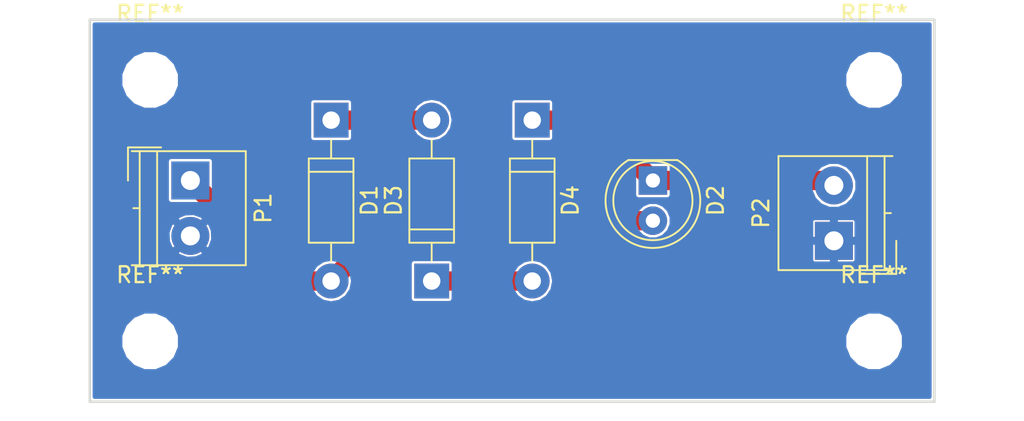
<source format=kicad_pcb>
(kicad_pcb (version 4) (host pcbnew 4.0.0-rc1-stable)

  (general
    (links 7)
    (no_connects 0)
    (area 0 0 0 0)
    (thickness 1.6)
    (drawings 4)
    (tracks 10)
    (zones 0)
    (modules 10)
    (nets 6)
  )

  (page A4)
  (layers
    (0 F.Cu signal)
    (31 B.Cu signal)
    (32 B.Adhes user)
    (33 F.Adhes user)
    (34 B.Paste user)
    (35 F.Paste user)
    (36 B.SilkS user)
    (37 F.SilkS user)
    (38 B.Mask user)
    (39 F.Mask user)
    (40 Dwgs.User user)
    (41 Cmts.User user)
    (42 Eco1.User user)
    (43 Eco2.User user)
    (44 Edge.Cuts user)
    (45 Margin user)
    (46 B.CrtYd user)
    (47 F.CrtYd user)
    (48 B.Fab user)
    (49 F.Fab user)
  )

  (setup
    (last_trace_width 1.2192)
    (user_trace_width 0.3048)
    (user_trace_width 0.6096)
    (user_trace_width 1.2192)
    (trace_clearance 0.1524)
    (zone_clearance 0.1016)
    (zone_45_only no)
    (trace_min 0.1524)
    (segment_width 0.2)
    (edge_width 0.15)
    (via_size 0.6858)
    (via_drill 0.3302)
    (via_min_size 0.6858)
    (via_min_drill 0.3302)
    (uvia_size 0.3)
    (uvia_drill 0.1)
    (uvias_allowed no)
    (uvia_min_size 0.2)
    (uvia_min_drill 0.1)
    (pcb_text_width 0.3)
    (pcb_text_size 1.5 1.5)
    (mod_edge_width 0.15)
    (mod_text_size 1 1)
    (mod_text_width 0.15)
    (pad_size 1.524 1.524)
    (pad_drill 0.762)
    (pad_to_mask_clearance 0.2)
    (aux_axis_origin 0 0)
    (visible_elements FFFEFF7F)
    (pcbplotparams
      (layerselection 0x00030_80000001)
      (usegerberextensions false)
      (excludeedgelayer true)
      (linewidth 0.076200)
      (plotframeref false)
      (viasonmask false)
      (mode 1)
      (useauxorigin false)
      (hpglpennumber 1)
      (hpglpenspeed 20)
      (hpglpendiameter 15)
      (hpglpenoverlay 2)
      (psnegative false)
      (psa4output false)
      (plotreference true)
      (plotvalue true)
      (plotinvisibletext false)
      (padsonsilk false)
      (subtractmaskfromsilk false)
      (outputformat 1)
      (mirror false)
      (drillshape 1)
      (scaleselection 1)
      (outputdirectory ""))
  )

  (net 0 "")
  (net 1 "Net-(D1-Pad1)")
  (net 2 "Net-(D1-Pad2)")
  (net 3 "Net-(D2-Pad1)")
  (net 4 "Net-(D3-Pad1)")
  (net 5 GND)

  (net_class Default "This is the default net class."
    (clearance 0.1524)
    (trace_width 0.1524)
    (via_dia 0.6858)
    (via_drill 0.3302)
    (uvia_dia 0.3)
    (uvia_drill 0.1)
    (add_net GND)
    (add_net "Net-(D1-Pad1)")
    (add_net "Net-(D1-Pad2)")
    (add_net "Net-(D2-Pad1)")
    (add_net "Net-(D3-Pad1)")
  )

  (module Mounting_Holes:MountingHole_3.2mm_M3 (layer F.Cu) (tedit 56D1B4CB) (tstamp 59BD4AE7)
    (at 179.07 99.06)
    (descr "Mounting Hole 3.2mm, no annular, M3")
    (tags "mounting hole 3.2mm no annular m3")
    (fp_text reference REF** (at 0 -4.2) (layer F.SilkS)
      (effects (font (size 1 1) (thickness 0.15)))
    )
    (fp_text value MountingHole_3.2mm_M3 (at 0 4.2) (layer F.Fab)
      (effects (font (size 1 1) (thickness 0.15)))
    )
    (fp_circle (center 0 0) (end 3.2 0) (layer Cmts.User) (width 0.15))
    (fp_circle (center 0 0) (end 3.45 0) (layer F.CrtYd) (width 0.05))
    (pad 1 np_thru_hole circle (at 0 0) (size 3.2 3.2) (drill 3.2) (layers *.Cu *.Mask))
  )

  (module Mounting_Holes:MountingHole_3.2mm_M3 (layer F.Cu) (tedit 56D1B4CB) (tstamp 59BD4AE1)
    (at 179.07 115.57)
    (descr "Mounting Hole 3.2mm, no annular, M3")
    (tags "mounting hole 3.2mm no annular m3")
    (fp_text reference REF** (at 0 -4.2) (layer F.SilkS)
      (effects (font (size 1 1) (thickness 0.15)))
    )
    (fp_text value MountingHole_3.2mm_M3 (at 0 4.2) (layer F.Fab)
      (effects (font (size 1 1) (thickness 0.15)))
    )
    (fp_circle (center 0 0) (end 3.2 0) (layer Cmts.User) (width 0.15))
    (fp_circle (center 0 0) (end 3.45 0) (layer F.CrtYd) (width 0.05))
    (pad 1 np_thru_hole circle (at 0 0) (size 3.2 3.2) (drill 3.2) (layers *.Cu *.Mask))
  )

  (module Mounting_Holes:MountingHole_3.2mm_M3 (layer F.Cu) (tedit 56D1B4CB) (tstamp 59BD4ADB)
    (at 133.35 115.57)
    (descr "Mounting Hole 3.2mm, no annular, M3")
    (tags "mounting hole 3.2mm no annular m3")
    (fp_text reference REF** (at 0 -4.2) (layer F.SilkS)
      (effects (font (size 1 1) (thickness 0.15)))
    )
    (fp_text value MountingHole_3.2mm_M3 (at 0 4.2) (layer F.Fab)
      (effects (font (size 1 1) (thickness 0.15)))
    )
    (fp_circle (center 0 0) (end 3.2 0) (layer Cmts.User) (width 0.15))
    (fp_circle (center 0 0) (end 3.45 0) (layer F.CrtYd) (width 0.05))
    (pad 1 np_thru_hole circle (at 0 0) (size 3.2 3.2) (drill 3.2) (layers *.Cu *.Mask))
  )

  (module Diodes_ThroughHole:D_DO-41_SOD81_P10.16mm_Horizontal (layer F.Cu) (tedit 5921392F) (tstamp 59BD47F3)
    (at 144.78 101.6 270)
    (descr "D, DO-41_SOD81 series, Axial, Horizontal, pin pitch=10.16mm, , length*diameter=5.2*2.7mm^2, , http://www.diodes.com/_files/packages/DO-41%20(Plastic).pdf")
    (tags "D DO-41_SOD81 series Axial Horizontal pin pitch 10.16mm  length 5.2mm diameter 2.7mm")
    (path /59BD4547)
    (fp_text reference D1 (at 5.08 -2.41 270) (layer F.SilkS)
      (effects (font (size 1 1) (thickness 0.15)))
    )
    (fp_text value IN4004 (at 5.08 2.41 270) (layer F.Fab)
      (effects (font (size 1 1) (thickness 0.15)))
    )
    (fp_text user %R (at 5.08 0 270) (layer F.Fab)
      (effects (font (size 1 1) (thickness 0.15)))
    )
    (fp_line (start 2.48 -1.35) (end 2.48 1.35) (layer F.Fab) (width 0.1))
    (fp_line (start 2.48 1.35) (end 7.68 1.35) (layer F.Fab) (width 0.1))
    (fp_line (start 7.68 1.35) (end 7.68 -1.35) (layer F.Fab) (width 0.1))
    (fp_line (start 7.68 -1.35) (end 2.48 -1.35) (layer F.Fab) (width 0.1))
    (fp_line (start 0 0) (end 2.48 0) (layer F.Fab) (width 0.1))
    (fp_line (start 10.16 0) (end 7.68 0) (layer F.Fab) (width 0.1))
    (fp_line (start 3.26 -1.35) (end 3.26 1.35) (layer F.Fab) (width 0.1))
    (fp_line (start 2.42 -1.41) (end 2.42 1.41) (layer F.SilkS) (width 0.12))
    (fp_line (start 2.42 1.41) (end 7.74 1.41) (layer F.SilkS) (width 0.12))
    (fp_line (start 7.74 1.41) (end 7.74 -1.41) (layer F.SilkS) (width 0.12))
    (fp_line (start 7.74 -1.41) (end 2.42 -1.41) (layer F.SilkS) (width 0.12))
    (fp_line (start 1.28 0) (end 2.42 0) (layer F.SilkS) (width 0.12))
    (fp_line (start 8.88 0) (end 7.74 0) (layer F.SilkS) (width 0.12))
    (fp_line (start 3.26 -1.41) (end 3.26 1.41) (layer F.SilkS) (width 0.12))
    (fp_line (start -1.35 -1.7) (end -1.35 1.7) (layer F.CrtYd) (width 0.05))
    (fp_line (start -1.35 1.7) (end 11.55 1.7) (layer F.CrtYd) (width 0.05))
    (fp_line (start 11.55 1.7) (end 11.55 -1.7) (layer F.CrtYd) (width 0.05))
    (fp_line (start 11.55 -1.7) (end -1.35 -1.7) (layer F.CrtYd) (width 0.05))
    (pad 1 thru_hole rect (at 0 0 270) (size 2.2 2.2) (drill 1.1) (layers *.Cu *.Mask)
      (net 1 "Net-(D1-Pad1)"))
    (pad 2 thru_hole oval (at 10.16 0 270) (size 2.2 2.2) (drill 1.1) (layers *.Cu *.Mask)
      (net 2 "Net-(D1-Pad2)"))
    (model ${KISYS3DMOD}/Diodes_THT.3dshapes/D_DO-41_SOD81_P10.16mm_Horizontal.wrl
      (at (xyz 0 0 0))
      (scale (xyz 0.393701 0.393701 0.393701))
      (rotate (xyz 0 0 0))
    )
  )

  (module LEDs:LED_D5.0mm (layer F.Cu) (tedit 5995936A) (tstamp 59BD47F9)
    (at 165.1 105.41 270)
    (descr "LED, diameter 5.0mm, 2 pins, http://cdn-reichelt.de/documents/datenblatt/A500/LL-504BC2E-009.pdf")
    (tags "LED diameter 5.0mm 2 pins")
    (path /59BD4664)
    (fp_text reference D2 (at 1.27 -3.96 270) (layer F.SilkS)
      (effects (font (size 1 1) (thickness 0.15)))
    )
    (fp_text value LED (at 1.27 3.96 270) (layer F.Fab)
      (effects (font (size 1 1) (thickness 0.15)))
    )
    (fp_arc (start 1.27 0) (end -1.23 -1.469694) (angle 299.1) (layer F.Fab) (width 0.1))
    (fp_arc (start 1.27 0) (end -1.29 -1.54483) (angle 148.9) (layer F.SilkS) (width 0.12))
    (fp_arc (start 1.27 0) (end -1.29 1.54483) (angle -148.9) (layer F.SilkS) (width 0.12))
    (fp_circle (center 1.27 0) (end 3.77 0) (layer F.Fab) (width 0.1))
    (fp_circle (center 1.27 0) (end 3.77 0) (layer F.SilkS) (width 0.12))
    (fp_line (start -1.23 -1.469694) (end -1.23 1.469694) (layer F.Fab) (width 0.1))
    (fp_line (start -1.29 -1.545) (end -1.29 1.545) (layer F.SilkS) (width 0.12))
    (fp_line (start -1.95 -3.25) (end -1.95 3.25) (layer F.CrtYd) (width 0.05))
    (fp_line (start -1.95 3.25) (end 4.5 3.25) (layer F.CrtYd) (width 0.05))
    (fp_line (start 4.5 3.25) (end 4.5 -3.25) (layer F.CrtYd) (width 0.05))
    (fp_line (start 4.5 -3.25) (end -1.95 -3.25) (layer F.CrtYd) (width 0.05))
    (fp_text user %R (at 1.25 0 270) (layer F.Fab)
      (effects (font (size 0.8 0.8) (thickness 0.2)))
    )
    (pad 1 thru_hole rect (at 0 0 270) (size 1.8 1.8) (drill 0.9) (layers *.Cu *.Mask)
      (net 3 "Net-(D2-Pad1)"))
    (pad 2 thru_hole circle (at 2.54 0 270) (size 1.8 1.8) (drill 0.9) (layers *.Cu *.Mask)
      (net 2 "Net-(D1-Pad2)"))
    (model ${KISYS3DMOD}/LEDs.3dshapes/LED_D5.0mm.wrl
      (at (xyz 0 0 0))
      (scale (xyz 0.393701 0.393701 0.393701))
      (rotate (xyz 0 0 0))
    )
  )

  (module Diodes_ThroughHole:D_DO-41_SOD81_P10.16mm_Horizontal (layer F.Cu) (tedit 5921392F) (tstamp 59BD47FF)
    (at 151.13 111.76 90)
    (descr "D, DO-41_SOD81 series, Axial, Horizontal, pin pitch=10.16mm, , length*diameter=5.2*2.7mm^2, , http://www.diodes.com/_files/packages/DO-41%20(Plastic).pdf")
    (tags "D DO-41_SOD81 series Axial Horizontal pin pitch 10.16mm  length 5.2mm diameter 2.7mm")
    (path /59BD45D9)
    (fp_text reference D3 (at 5.08 -2.41 90) (layer F.SilkS)
      (effects (font (size 1 1) (thickness 0.15)))
    )
    (fp_text value IN4004 (at 5.08 2.41 90) (layer F.Fab)
      (effects (font (size 1 1) (thickness 0.15)))
    )
    (fp_text user %R (at 5.08 0 90) (layer F.Fab)
      (effects (font (size 1 1) (thickness 0.15)))
    )
    (fp_line (start 2.48 -1.35) (end 2.48 1.35) (layer F.Fab) (width 0.1))
    (fp_line (start 2.48 1.35) (end 7.68 1.35) (layer F.Fab) (width 0.1))
    (fp_line (start 7.68 1.35) (end 7.68 -1.35) (layer F.Fab) (width 0.1))
    (fp_line (start 7.68 -1.35) (end 2.48 -1.35) (layer F.Fab) (width 0.1))
    (fp_line (start 0 0) (end 2.48 0) (layer F.Fab) (width 0.1))
    (fp_line (start 10.16 0) (end 7.68 0) (layer F.Fab) (width 0.1))
    (fp_line (start 3.26 -1.35) (end 3.26 1.35) (layer F.Fab) (width 0.1))
    (fp_line (start 2.42 -1.41) (end 2.42 1.41) (layer F.SilkS) (width 0.12))
    (fp_line (start 2.42 1.41) (end 7.74 1.41) (layer F.SilkS) (width 0.12))
    (fp_line (start 7.74 1.41) (end 7.74 -1.41) (layer F.SilkS) (width 0.12))
    (fp_line (start 7.74 -1.41) (end 2.42 -1.41) (layer F.SilkS) (width 0.12))
    (fp_line (start 1.28 0) (end 2.42 0) (layer F.SilkS) (width 0.12))
    (fp_line (start 8.88 0) (end 7.74 0) (layer F.SilkS) (width 0.12))
    (fp_line (start 3.26 -1.41) (end 3.26 1.41) (layer F.SilkS) (width 0.12))
    (fp_line (start -1.35 -1.7) (end -1.35 1.7) (layer F.CrtYd) (width 0.05))
    (fp_line (start -1.35 1.7) (end 11.55 1.7) (layer F.CrtYd) (width 0.05))
    (fp_line (start 11.55 1.7) (end 11.55 -1.7) (layer F.CrtYd) (width 0.05))
    (fp_line (start 11.55 -1.7) (end -1.35 -1.7) (layer F.CrtYd) (width 0.05))
    (pad 1 thru_hole rect (at 0 0 90) (size 2.2 2.2) (drill 1.1) (layers *.Cu *.Mask)
      (net 4 "Net-(D3-Pad1)"))
    (pad 2 thru_hole oval (at 10.16 0 90) (size 2.2 2.2) (drill 1.1) (layers *.Cu *.Mask)
      (net 1 "Net-(D1-Pad1)"))
    (model ${KISYS3DMOD}/Diodes_THT.3dshapes/D_DO-41_SOD81_P10.16mm_Horizontal.wrl
      (at (xyz 0 0 0))
      (scale (xyz 0.393701 0.393701 0.393701))
      (rotate (xyz 0 0 0))
    )
  )

  (module Diodes_ThroughHole:D_DO-41_SOD81_P10.16mm_Horizontal (layer F.Cu) (tedit 5921392F) (tstamp 59BD4805)
    (at 157.48 101.6 270)
    (descr "D, DO-41_SOD81 series, Axial, Horizontal, pin pitch=10.16mm, , length*diameter=5.2*2.7mm^2, , http://www.diodes.com/_files/packages/DO-41%20(Plastic).pdf")
    (tags "D DO-41_SOD81 series Axial Horizontal pin pitch 10.16mm  length 5.2mm diameter 2.7mm")
    (path /59BD4623)
    (fp_text reference D4 (at 5.08 -2.41 270) (layer F.SilkS)
      (effects (font (size 1 1) (thickness 0.15)))
    )
    (fp_text value IN4004 (at 5.08 2.41 270) (layer F.Fab)
      (effects (font (size 1 1) (thickness 0.15)))
    )
    (fp_text user %R (at 5.08 0 270) (layer F.Fab)
      (effects (font (size 1 1) (thickness 0.15)))
    )
    (fp_line (start 2.48 -1.35) (end 2.48 1.35) (layer F.Fab) (width 0.1))
    (fp_line (start 2.48 1.35) (end 7.68 1.35) (layer F.Fab) (width 0.1))
    (fp_line (start 7.68 1.35) (end 7.68 -1.35) (layer F.Fab) (width 0.1))
    (fp_line (start 7.68 -1.35) (end 2.48 -1.35) (layer F.Fab) (width 0.1))
    (fp_line (start 0 0) (end 2.48 0) (layer F.Fab) (width 0.1))
    (fp_line (start 10.16 0) (end 7.68 0) (layer F.Fab) (width 0.1))
    (fp_line (start 3.26 -1.35) (end 3.26 1.35) (layer F.Fab) (width 0.1))
    (fp_line (start 2.42 -1.41) (end 2.42 1.41) (layer F.SilkS) (width 0.12))
    (fp_line (start 2.42 1.41) (end 7.74 1.41) (layer F.SilkS) (width 0.12))
    (fp_line (start 7.74 1.41) (end 7.74 -1.41) (layer F.SilkS) (width 0.12))
    (fp_line (start 7.74 -1.41) (end 2.42 -1.41) (layer F.SilkS) (width 0.12))
    (fp_line (start 1.28 0) (end 2.42 0) (layer F.SilkS) (width 0.12))
    (fp_line (start 8.88 0) (end 7.74 0) (layer F.SilkS) (width 0.12))
    (fp_line (start 3.26 -1.41) (end 3.26 1.41) (layer F.SilkS) (width 0.12))
    (fp_line (start -1.35 -1.7) (end -1.35 1.7) (layer F.CrtYd) (width 0.05))
    (fp_line (start -1.35 1.7) (end 11.55 1.7) (layer F.CrtYd) (width 0.05))
    (fp_line (start 11.55 1.7) (end 11.55 -1.7) (layer F.CrtYd) (width 0.05))
    (fp_line (start 11.55 -1.7) (end -1.35 -1.7) (layer F.CrtYd) (width 0.05))
    (pad 1 thru_hole rect (at 0 0 270) (size 2.2 2.2) (drill 1.1) (layers *.Cu *.Mask)
      (net 3 "Net-(D2-Pad1)"))
    (pad 2 thru_hole oval (at 10.16 0 270) (size 2.2 2.2) (drill 1.1) (layers *.Cu *.Mask)
      (net 4 "Net-(D3-Pad1)"))
    (model ${KISYS3DMOD}/Diodes_THT.3dshapes/D_DO-41_SOD81_P10.16mm_Horizontal.wrl
      (at (xyz 0 0 0))
      (scale (xyz 0.393701 0.393701 0.393701))
      (rotate (xyz 0 0 0))
    )
  )

  (module Terminal_Blocks:TerminalBlock_4UCON_19963_02x3.5mm_Straight (layer F.Cu) (tedit 596E7C65) (tstamp 59BD480B)
    (at 135.89 105.41 270)
    (descr "2-way 3.5mm pitch terminal block, https://cdn-shop.adafruit.com/datasheets/19963.pdf")
    (tags "screw terminal block")
    (path /59BD46AD)
    (fp_text reference P1 (at 1.75 -4.6 270) (layer F.SilkS)
      (effects (font (size 1 1) (thickness 0.15)))
    )
    (fp_text value "Solar Panel" (at 1.75 5.1 270) (layer F.Fab)
      (effects (font (size 1 1) (thickness 0.15)))
    )
    (fp_line (start -2.25 -3.9) (end -2.25 4.1) (layer F.CrtYd) (width 0.05))
    (fp_line (start -2.25 4.1) (end 5.75 4.1) (layer F.CrtYd) (width 0.05))
    (fp_line (start 5.75 4.1) (end 5.75 -3.9) (layer F.CrtYd) (width 0.05))
    (fp_line (start 5.75 -3.9) (end -2.25 -3.9) (layer F.CrtYd) (width 0.05))
    (fp_line (start -1.75 2.1) (end 5.25 2.1) (layer F.Fab) (width 0.1))
    (fp_line (start -1.75 3.2) (end 5.25 3.2) (layer F.Fab) (width 0.1))
    (fp_line (start -1.75 3.6) (end -1.75 -3.4) (layer F.Fab) (width 0.1))
    (fp_line (start -1.75 -3.4) (end 5.25 -3.4) (layer F.Fab) (width 0.1))
    (fp_line (start 5.25 -3.4) (end 5.25 3.6) (layer F.Fab) (width 0.1))
    (fp_line (start 1.75 3.2) (end 1.75 3.6) (layer F.Fab) (width 0.1))
    (fp_line (start -2.09 1.85) (end -2.09 3.94) (layer F.Fab) (width 0.1))
    (fp_line (start -2.09 3.94) (end 0 3.94) (layer F.Fab) (width 0.1))
    (fp_line (start -1.85 2.1) (end 5.35 2.1) (layer F.SilkS) (width 0.12))
    (fp_line (start -1.85 3.2) (end 5.35 3.2) (layer F.SilkS) (width 0.12))
    (fp_line (start -1.85 3.7) (end -1.85 -3.5) (layer F.SilkS) (width 0.12))
    (fp_line (start -1.85 -3.5) (end 5.35 -3.5) (layer F.SilkS) (width 0.12))
    (fp_line (start 5.35 -3.5) (end 5.35 3.7) (layer F.SilkS) (width 0.12))
    (fp_line (start 1.75 3.2) (end 1.75 3.6) (layer F.SilkS) (width 0.12))
    (fp_line (start -2.09 1.85) (end -2.09 3.94) (layer F.SilkS) (width 0.12))
    (fp_line (start -2.09 3.94) (end 0 3.94) (layer F.SilkS) (width 0.12))
    (fp_text user %R (at 1.75 0.1 270) (layer F.Fab)
      (effects (font (size 1 1) (thickness 0.15)))
    )
    (pad 1 thru_hole rect (at 0 0 270) (size 2.4 2.4) (drill 1.2) (layers *.Cu *.Mask)
      (net 2 "Net-(D1-Pad2)"))
    (pad 2 thru_hole circle (at 3.5 0 270) (size 2.4 2.4) (drill 1.2) (layers *.Cu *.Mask)
      (net 5 GND))
    (model ${KISYS3DMOD}/Connectors_Terminal_Blocks.3dshapes/TerminalBlock_4UCON_19963_02x3.5mm_Straight.wrl
      (at (xyz 0 0 0))
      (scale (xyz 1 1 1))
      (rotate (xyz 0 0 0))
    )
  )

  (module Terminal_Blocks:TerminalBlock_4UCON_19963_02x3.5mm_Straight (layer F.Cu) (tedit 596E7C65) (tstamp 59BD4811)
    (at 176.53 109.22 90)
    (descr "2-way 3.5mm pitch terminal block, https://cdn-shop.adafruit.com/datasheets/19963.pdf")
    (tags "screw terminal block")
    (path /59BD47DC)
    (fp_text reference P2 (at 1.75 -4.6 90) (layer F.SilkS)
      (effects (font (size 1 1) (thickness 0.15)))
    )
    (fp_text value Battery (at 1.75 5.1 90) (layer F.Fab)
      (effects (font (size 1 1) (thickness 0.15)))
    )
    (fp_line (start -2.25 -3.9) (end -2.25 4.1) (layer F.CrtYd) (width 0.05))
    (fp_line (start -2.25 4.1) (end 5.75 4.1) (layer F.CrtYd) (width 0.05))
    (fp_line (start 5.75 4.1) (end 5.75 -3.9) (layer F.CrtYd) (width 0.05))
    (fp_line (start 5.75 -3.9) (end -2.25 -3.9) (layer F.CrtYd) (width 0.05))
    (fp_line (start -1.75 2.1) (end 5.25 2.1) (layer F.Fab) (width 0.1))
    (fp_line (start -1.75 3.2) (end 5.25 3.2) (layer F.Fab) (width 0.1))
    (fp_line (start -1.75 3.6) (end -1.75 -3.4) (layer F.Fab) (width 0.1))
    (fp_line (start -1.75 -3.4) (end 5.25 -3.4) (layer F.Fab) (width 0.1))
    (fp_line (start 5.25 -3.4) (end 5.25 3.6) (layer F.Fab) (width 0.1))
    (fp_line (start 1.75 3.2) (end 1.75 3.6) (layer F.Fab) (width 0.1))
    (fp_line (start -2.09 1.85) (end -2.09 3.94) (layer F.Fab) (width 0.1))
    (fp_line (start -2.09 3.94) (end 0 3.94) (layer F.Fab) (width 0.1))
    (fp_line (start -1.85 2.1) (end 5.35 2.1) (layer F.SilkS) (width 0.12))
    (fp_line (start -1.85 3.2) (end 5.35 3.2) (layer F.SilkS) (width 0.12))
    (fp_line (start -1.85 3.7) (end -1.85 -3.5) (layer F.SilkS) (width 0.12))
    (fp_line (start -1.85 -3.5) (end 5.35 -3.5) (layer F.SilkS) (width 0.12))
    (fp_line (start 5.35 -3.5) (end 5.35 3.7) (layer F.SilkS) (width 0.12))
    (fp_line (start 1.75 3.2) (end 1.75 3.6) (layer F.SilkS) (width 0.12))
    (fp_line (start -2.09 1.85) (end -2.09 3.94) (layer F.SilkS) (width 0.12))
    (fp_line (start -2.09 3.94) (end 0 3.94) (layer F.SilkS) (width 0.12))
    (fp_text user %R (at 1.75 0.1 90) (layer F.Fab)
      (effects (font (size 1 1) (thickness 0.15)))
    )
    (pad 1 thru_hole rect (at 0 0 90) (size 2.4 2.4) (drill 1.2) (layers *.Cu *.Mask)
      (net 5 GND))
    (pad 2 thru_hole circle (at 3.5 0 90) (size 2.4 2.4) (drill 1.2) (layers *.Cu *.Mask)
      (net 3 "Net-(D2-Pad1)"))
    (model ${KISYS3DMOD}/Connectors_Terminal_Blocks.3dshapes/TerminalBlock_4UCON_19963_02x3.5mm_Straight.wrl
      (at (xyz 0 0 0))
      (scale (xyz 1 1 1))
      (rotate (xyz 0 0 0))
    )
  )

  (module Mounting_Holes:MountingHole_3.2mm_M3 (layer F.Cu) (tedit 56D1B4CB) (tstamp 59BD4A8A)
    (at 133.35 99.06)
    (descr "Mounting Hole 3.2mm, no annular, M3")
    (tags "mounting hole 3.2mm no annular m3")
    (fp_text reference REF** (at 0 -4.2) (layer F.SilkS)
      (effects (font (size 1 1) (thickness 0.15)))
    )
    (fp_text value MountingHole_3.2mm_M3 (at 0 4.2) (layer F.Fab)
      (effects (font (size 1 1) (thickness 0.15)))
    )
    (fp_circle (center 0 0) (end 3.2 0) (layer Cmts.User) (width 0.15))
    (fp_circle (center 0 0) (end 3.45 0) (layer F.CrtYd) (width 0.05))
    (pad 1 np_thru_hole circle (at 0 0) (size 3.2 3.2) (drill 3.2) (layers *.Cu *.Mask))
  )

  (gr_line (start 129.54 119.38) (end 129.54 95.25) (angle 90) (layer Edge.Cuts) (width 0.15))
  (gr_line (start 182.88 119.38) (end 129.54 119.38) (angle 90) (layer Edge.Cuts) (width 0.15))
  (gr_line (start 182.88 95.25) (end 182.88 119.38) (angle 90) (layer Edge.Cuts) (width 0.15))
  (gr_line (start 129.54 95.25) (end 182.88 95.25) (angle 90) (layer Edge.Cuts) (width 0.15))

  (segment (start 144.78 101.6) (end 151.13 101.6) (width 1.2192) (layer F.Cu) (net 1) (status C00000))
  (segment (start 144.78 111.76) (end 148.59 107.95) (width 1.2192) (layer F.Cu) (net 2) (status 400000))
  (segment (start 148.59 107.95) (end 165.1 107.95) (width 1.2192) (layer F.Cu) (net 2) (tstamp 59BD4B62) (status 800000))
  (segment (start 135.89 105.41) (end 142.24 111.76) (width 1.2192) (layer F.Cu) (net 2) (status 400000))
  (segment (start 142.24 111.76) (end 144.78 111.76) (width 1.2192) (layer F.Cu) (net 2) (tstamp 59BD4B51) (status 800000))
  (segment (start 165.1 105.41) (end 176.22 105.41) (width 1.2192) (layer F.Cu) (net 3) (status C00000))
  (segment (start 176.22 105.41) (end 176.53 105.72) (width 1.2192) (layer F.Cu) (net 3) (tstamp 59BD4BB5) (status C00000))
  (segment (start 157.48 101.6) (end 161.29 101.6) (width 1.2192) (layer F.Cu) (net 3) (status 400000))
  (segment (start 161.29 101.6) (end 165.1 105.41) (width 1.2192) (layer F.Cu) (net 3) (tstamp 59BD4B66) (status 800000))
  (segment (start 151.13 111.76) (end 157.48 111.76) (width 1.2192) (layer F.Cu) (net 4) (status C00000))

  (zone (net 5) (net_name GND) (layer B.Cu) (tstamp 59BD4BA5) (hatch edge 0.508)
    (connect_pads (clearance 0.1016))
    (min_thickness 0.254)
    (fill yes (arc_segments 16) (thermal_gap 0.1016) (thermal_bridge_width 0.508))
    (polygon
      (pts
        (xy 182.88 119.38) (xy 129.54 119.38) (xy 129.54 95.25) (xy 182.88 95.25) (xy 182.88 119.38)
      )
    )
    (filled_polygon
      (pts
        (xy 182.5764 119.0764) (xy 129.8436 119.0764) (xy 129.8436 115.942196) (xy 131.470274 115.942196) (xy 131.755793 116.633204)
        (xy 132.284015 117.162349) (xy 132.974524 117.449073) (xy 133.722196 117.449726) (xy 134.413204 117.164207) (xy 134.942349 116.635985)
        (xy 135.229073 115.945476) (xy 135.229075 115.942196) (xy 177.190274 115.942196) (xy 177.475793 116.633204) (xy 178.004015 117.162349)
        (xy 178.694524 117.449073) (xy 179.442196 117.449726) (xy 180.133204 117.164207) (xy 180.662349 116.635985) (xy 180.949073 115.945476)
        (xy 180.949726 115.197804) (xy 180.664207 114.506796) (xy 180.135985 113.977651) (xy 179.445476 113.690927) (xy 178.697804 113.690274)
        (xy 178.006796 113.975793) (xy 177.477651 114.504015) (xy 177.190927 115.194524) (xy 177.190274 115.942196) (xy 135.229075 115.942196)
        (xy 135.229726 115.197804) (xy 134.944207 114.506796) (xy 134.415985 113.977651) (xy 133.725476 113.690927) (xy 132.977804 113.690274)
        (xy 132.286796 113.975793) (xy 131.757651 114.504015) (xy 131.470927 115.194524) (xy 131.470274 115.942196) (xy 129.8436 115.942196)
        (xy 129.8436 111.732976) (xy 143.4006 111.732976) (xy 143.4006 111.787024) (xy 143.505601 112.314898) (xy 143.804617 112.762407)
        (xy 144.252126 113.061423) (xy 144.78 113.166424) (xy 145.307874 113.061423) (xy 145.755383 112.762407) (xy 146.054399 112.314898)
        (xy 146.1594 111.787024) (xy 146.1594 111.732976) (xy 146.054399 111.205102) (xy 145.755383 110.757593) (xy 145.609325 110.66)
        (xy 149.745127 110.66) (xy 149.745127 112.86) (xy 149.764609 112.963539) (xy 149.825801 113.058634) (xy 149.919168 113.122429)
        (xy 150.03 113.144873) (xy 152.23 113.144873) (xy 152.333539 113.125391) (xy 152.428634 113.064199) (xy 152.492429 112.970832)
        (xy 152.514873 112.86) (xy 152.514873 111.732976) (xy 156.1006 111.732976) (xy 156.1006 111.787024) (xy 156.205601 112.314898)
        (xy 156.504617 112.762407) (xy 156.952126 113.061423) (xy 157.48 113.166424) (xy 158.007874 113.061423) (xy 158.455383 112.762407)
        (xy 158.754399 112.314898) (xy 158.8594 111.787024) (xy 158.8594 111.732976) (xy 158.754399 111.205102) (xy 158.455383 110.757593)
        (xy 158.007874 110.458577) (xy 157.48 110.353576) (xy 156.952126 110.458577) (xy 156.504617 110.757593) (xy 156.205601 111.205102)
        (xy 156.1006 111.732976) (xy 152.514873 111.732976) (xy 152.514873 110.66) (xy 152.495391 110.556461) (xy 152.434199 110.461366)
        (xy 152.340832 110.397571) (xy 152.23 110.375127) (xy 150.03 110.375127) (xy 149.926461 110.394609) (xy 149.831366 110.455801)
        (xy 149.767571 110.549168) (xy 149.745127 110.66) (xy 145.609325 110.66) (xy 145.307874 110.458577) (xy 144.78 110.353576)
        (xy 144.252126 110.458577) (xy 143.804617 110.757593) (xy 143.505601 111.205102) (xy 143.4006 111.732976) (xy 129.8436 111.732976)
        (xy 129.8436 109.985271) (xy 134.994334 109.985271) (xy 135.139845 110.158565) (xy 135.674752 110.350596) (xy 136.242429 110.32331)
        (xy 136.640155 110.158565) (xy 136.785666 109.985271) (xy 135.89 109.089605) (xy 134.994334 109.985271) (xy 129.8436 109.985271)
        (xy 129.8436 108.694752) (xy 134.449404 108.694752) (xy 134.47669 109.262429) (xy 134.641435 109.660155) (xy 134.814729 109.805666)
        (xy 135.710395 108.91) (xy 136.069605 108.91) (xy 136.965271 109.805666) (xy 137.138565 109.660155) (xy 137.23047 109.40415)
        (xy 175.1014 109.40415) (xy 175.1014 110.465471) (xy 175.136202 110.549491) (xy 175.200508 110.613797) (xy 175.284528 110.6486)
        (xy 176.34585 110.6486) (xy 176.403 110.59145) (xy 176.403 109.347) (xy 176.657 109.347) (xy 176.657 110.59145)
        (xy 176.71415 110.6486) (xy 177.775472 110.6486) (xy 177.859492 110.613797) (xy 177.923798 110.549491) (xy 177.9586 110.465471)
        (xy 177.9586 109.40415) (xy 177.90145 109.347) (xy 176.657 109.347) (xy 176.403 109.347) (xy 175.15855 109.347)
        (xy 175.1014 109.40415) (xy 137.23047 109.40415) (xy 137.330596 109.125248) (xy 137.30331 108.557571) (xy 137.148392 108.183568)
        (xy 163.920396 108.183568) (xy 164.09957 108.617204) (xy 164.431051 108.949264) (xy 164.864374 109.129195) (xy 165.333568 109.129604)
        (xy 165.767204 108.95043) (xy 166.099264 108.618949) (xy 166.279195 108.185626) (xy 166.279379 107.974529) (xy 175.1014 107.974529)
        (xy 175.1014 109.03585) (xy 175.15855 109.093) (xy 176.403 109.093) (xy 176.403 107.84855) (xy 176.657 107.84855)
        (xy 176.657 109.093) (xy 177.90145 109.093) (xy 177.9586 109.03585) (xy 177.9586 107.974529) (xy 177.923798 107.890509)
        (xy 177.859492 107.826203) (xy 177.775472 107.7914) (xy 176.71415 107.7914) (xy 176.657 107.84855) (xy 176.403 107.84855)
        (xy 176.34585 107.7914) (xy 175.284528 107.7914) (xy 175.200508 107.826203) (xy 175.136202 107.890509) (xy 175.1014 107.974529)
        (xy 166.279379 107.974529) (xy 166.279604 107.716432) (xy 166.10043 107.282796) (xy 165.768949 106.950736) (xy 165.335626 106.770805)
        (xy 164.866432 106.770396) (xy 164.432796 106.94957) (xy 164.100736 107.281051) (xy 163.920805 107.714374) (xy 163.920396 108.183568)
        (xy 137.148392 108.183568) (xy 137.138565 108.159845) (xy 136.965271 108.014334) (xy 136.069605 108.91) (xy 135.710395 108.91)
        (xy 134.814729 108.014334) (xy 134.641435 108.159845) (xy 134.449404 108.694752) (xy 129.8436 108.694752) (xy 129.8436 107.834729)
        (xy 134.994334 107.834729) (xy 135.89 108.730395) (xy 136.785666 107.834729) (xy 136.640155 107.661435) (xy 136.105248 107.469404)
        (xy 135.537571 107.49669) (xy 135.139845 107.661435) (xy 134.994334 107.834729) (xy 129.8436 107.834729) (xy 129.8436 104.21)
        (xy 134.405127 104.21) (xy 134.405127 106.61) (xy 134.424609 106.713539) (xy 134.485801 106.808634) (xy 134.579168 106.872429)
        (xy 134.69 106.894873) (xy 137.09 106.894873) (xy 137.193539 106.875391) (xy 137.288634 106.814199) (xy 137.352429 106.720832)
        (xy 137.374873 106.61) (xy 137.374873 104.51) (xy 163.915127 104.51) (xy 163.915127 106.31) (xy 163.934609 106.413539)
        (xy 163.995801 106.508634) (xy 164.089168 106.572429) (xy 164.2 106.594873) (xy 166 106.594873) (xy 166.103539 106.575391)
        (xy 166.198634 106.514199) (xy 166.262429 106.420832) (xy 166.284873 106.31) (xy 166.284873 106.01298) (xy 175.050344 106.01298)
        (xy 175.275095 106.556918) (xy 175.690893 106.973443) (xy 176.234438 107.199142) (xy 176.82298 107.199656) (xy 177.366918 106.974905)
        (xy 177.783443 106.559107) (xy 178.009142 106.015562) (xy 178.009656 105.42702) (xy 177.784905 104.883082) (xy 177.369107 104.466557)
        (xy 176.825562 104.240858) (xy 176.23702 104.240344) (xy 175.693082 104.465095) (xy 175.276557 104.880893) (xy 175.050858 105.424438)
        (xy 175.050344 106.01298) (xy 166.284873 106.01298) (xy 166.284873 104.51) (xy 166.265391 104.406461) (xy 166.204199 104.311366)
        (xy 166.110832 104.247571) (xy 166 104.225127) (xy 164.2 104.225127) (xy 164.096461 104.244609) (xy 164.001366 104.305801)
        (xy 163.937571 104.399168) (xy 163.915127 104.51) (xy 137.374873 104.51) (xy 137.374873 104.21) (xy 137.355391 104.106461)
        (xy 137.294199 104.011366) (xy 137.200832 103.947571) (xy 137.09 103.925127) (xy 134.69 103.925127) (xy 134.586461 103.944609)
        (xy 134.491366 104.005801) (xy 134.427571 104.099168) (xy 134.405127 104.21) (xy 129.8436 104.21) (xy 129.8436 99.432196)
        (xy 131.470274 99.432196) (xy 131.755793 100.123204) (xy 132.284015 100.652349) (xy 132.974524 100.939073) (xy 133.722196 100.939726)
        (xy 134.413204 100.654207) (xy 134.56768 100.5) (xy 143.395127 100.5) (xy 143.395127 102.7) (xy 143.414609 102.803539)
        (xy 143.475801 102.898634) (xy 143.569168 102.962429) (xy 143.68 102.984873) (xy 145.88 102.984873) (xy 145.983539 102.965391)
        (xy 146.078634 102.904199) (xy 146.142429 102.810832) (xy 146.164873 102.7) (xy 146.164873 101.572976) (xy 149.7506 101.572976)
        (xy 149.7506 101.627024) (xy 149.855601 102.154898) (xy 150.154617 102.602407) (xy 150.602126 102.901423) (xy 151.13 103.006424)
        (xy 151.657874 102.901423) (xy 152.105383 102.602407) (xy 152.404399 102.154898) (xy 152.5094 101.627024) (xy 152.5094 101.572976)
        (xy 152.404399 101.045102) (xy 152.105383 100.597593) (xy 151.959325 100.5) (xy 156.095127 100.5) (xy 156.095127 102.7)
        (xy 156.114609 102.803539) (xy 156.175801 102.898634) (xy 156.269168 102.962429) (xy 156.38 102.984873) (xy 158.58 102.984873)
        (xy 158.683539 102.965391) (xy 158.778634 102.904199) (xy 158.842429 102.810832) (xy 158.864873 102.7) (xy 158.864873 100.5)
        (xy 158.845391 100.396461) (xy 158.784199 100.301366) (xy 158.690832 100.237571) (xy 158.58 100.215127) (xy 156.38 100.215127)
        (xy 156.276461 100.234609) (xy 156.181366 100.295801) (xy 156.117571 100.389168) (xy 156.095127 100.5) (xy 151.959325 100.5)
        (xy 151.657874 100.298577) (xy 151.13 100.193576) (xy 150.602126 100.298577) (xy 150.154617 100.597593) (xy 149.855601 101.045102)
        (xy 149.7506 101.572976) (xy 146.164873 101.572976) (xy 146.164873 100.5) (xy 146.145391 100.396461) (xy 146.084199 100.301366)
        (xy 145.990832 100.237571) (xy 145.88 100.215127) (xy 143.68 100.215127) (xy 143.576461 100.234609) (xy 143.481366 100.295801)
        (xy 143.417571 100.389168) (xy 143.395127 100.5) (xy 134.56768 100.5) (xy 134.942349 100.125985) (xy 135.229073 99.435476)
        (xy 135.229075 99.432196) (xy 177.190274 99.432196) (xy 177.475793 100.123204) (xy 178.004015 100.652349) (xy 178.694524 100.939073)
        (xy 179.442196 100.939726) (xy 180.133204 100.654207) (xy 180.662349 100.125985) (xy 180.949073 99.435476) (xy 180.949726 98.687804)
        (xy 180.664207 97.996796) (xy 180.135985 97.467651) (xy 179.445476 97.180927) (xy 178.697804 97.180274) (xy 178.006796 97.465793)
        (xy 177.477651 97.994015) (xy 177.190927 98.684524) (xy 177.190274 99.432196) (xy 135.229075 99.432196) (xy 135.229726 98.687804)
        (xy 134.944207 97.996796) (xy 134.415985 97.467651) (xy 133.725476 97.180927) (xy 132.977804 97.180274) (xy 132.286796 97.465793)
        (xy 131.757651 97.994015) (xy 131.470927 98.684524) (xy 131.470274 99.432196) (xy 129.8436 99.432196) (xy 129.8436 95.5536)
        (xy 182.5764 95.5536)
      )
    )
  )
)

</source>
